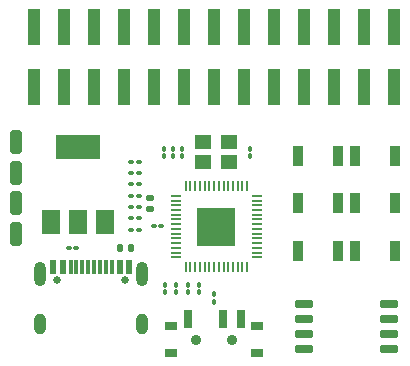
<source format=gbr>
%TF.GenerationSoftware,KiCad,Pcbnew,7.0.5*%
%TF.CreationDate,2023-09-22T01:01:30+09:00*%
%TF.ProjectId,scratch-rp2040,73637261-7463-4682-9d72-70323034302e,rev?*%
%TF.SameCoordinates,Original*%
%TF.FileFunction,Soldermask,Top*%
%TF.FilePolarity,Negative*%
%FSLAX46Y46*%
G04 Gerber Fmt 4.6, Leading zero omitted, Abs format (unit mm)*
G04 Created by KiCad (PCBNEW 7.0.5) date 2023-09-22 01:01:30*
%MOMM*%
%LPD*%
G01*
G04 APERTURE LIST*
G04 Aperture macros list*
%AMRoundRect*
0 Rectangle with rounded corners*
0 $1 Rounding radius*
0 $2 $3 $4 $5 $6 $7 $8 $9 X,Y pos of 4 corners*
0 Add a 4 corners polygon primitive as box body*
4,1,4,$2,$3,$4,$5,$6,$7,$8,$9,$2,$3,0*
0 Add four circle primitives for the rounded corners*
1,1,$1+$1,$2,$3*
1,1,$1+$1,$4,$5*
1,1,$1+$1,$6,$7*
1,1,$1+$1,$8,$9*
0 Add four rect primitives between the rounded corners*
20,1,$1+$1,$2,$3,$4,$5,0*
20,1,$1+$1,$4,$5,$6,$7,0*
20,1,$1+$1,$6,$7,$8,$9,0*
20,1,$1+$1,$8,$9,$2,$3,0*%
G04 Aperture macros list end*
%ADD10RoundRect,0.250000X-0.250000X-0.750000X0.250000X-0.750000X0.250000X0.750000X-0.250000X0.750000X0*%
%ADD11R,1.000000X3.150000*%
%ADD12RoundRect,0.050000X0.387500X0.050000X-0.387500X0.050000X-0.387500X-0.050000X0.387500X-0.050000X0*%
%ADD13RoundRect,0.050000X0.050000X0.387500X-0.050000X0.387500X-0.050000X-0.387500X0.050000X-0.387500X0*%
%ADD14R,3.200000X3.200000*%
%ADD15RoundRect,0.100000X-0.100000X0.130000X-0.100000X-0.130000X0.100000X-0.130000X0.100000X0.130000X0*%
%ADD16RoundRect,0.100000X-0.130000X-0.100000X0.130000X-0.100000X0.130000X0.100000X-0.130000X0.100000X0*%
%ADD17RoundRect,0.100000X0.100000X-0.130000X0.100000X0.130000X-0.100000X0.130000X-0.100000X-0.130000X0*%
%ADD18R,0.900000X1.700000*%
%ADD19C,0.650000*%
%ADD20R,0.600000X1.240000*%
%ADD21R,0.300000X1.240000*%
%ADD22O,1.000000X2.100000*%
%ADD23O,1.000000X1.800000*%
%ADD24RoundRect,0.100000X0.130000X0.100000X-0.130000X0.100000X-0.130000X-0.100000X0.130000X-0.100000X0*%
%ADD25R,1.400000X1.200000*%
%ADD26RoundRect,0.140000X-0.170000X0.140000X-0.170000X-0.140000X0.170000X-0.140000X0.170000X0.140000X0*%
%ADD27RoundRect,0.140000X-0.140000X-0.170000X0.140000X-0.170000X0.140000X0.170000X-0.140000X0.170000X0*%
%ADD28R,1.000000X0.800000*%
%ADD29C,0.900000*%
%ADD30R,0.700000X1.500000*%
%ADD31RoundRect,0.150000X0.650000X0.150000X-0.650000X0.150000X-0.650000X-0.150000X0.650000X-0.150000X0*%
%ADD32R,1.500000X2.000000*%
%ADD33R,3.800000X2.000000*%
G04 APERTURE END LIST*
D10*
%TO.C,REF\u002A\u002A*%
X51200000Y-41000000D03*
%TD*%
%TO.C,REF\u002A\u002A*%
X51200000Y-38400000D03*
%TD*%
%TO.C,REF\u002A\u002A*%
X51200000Y-35800000D03*
%TD*%
%TO.C,REF\u002A\u002A*%
X51200000Y-33200000D03*
%TD*%
D11*
%TO.C,REF\u002A\u002A*%
X83240000Y-23475000D03*
X83240000Y-28525000D03*
X80700000Y-23475000D03*
X80700000Y-28525000D03*
X78160000Y-23475000D03*
X78160000Y-28525000D03*
X75620000Y-23475000D03*
X75620000Y-28525000D03*
X73080000Y-23475000D03*
X73080000Y-28525000D03*
X70540000Y-23475000D03*
X70540000Y-28525000D03*
X68000000Y-23475000D03*
X68000000Y-28525000D03*
X65460000Y-23475000D03*
X65460000Y-28525000D03*
X62920000Y-23475000D03*
X62920000Y-28525000D03*
X60380000Y-23475000D03*
X60380000Y-28525000D03*
X57840000Y-23475000D03*
X57840000Y-28525000D03*
X55300000Y-23475000D03*
X55300000Y-28525000D03*
X52760000Y-23475000D03*
X52760000Y-28525000D03*
%TD*%
D12*
%TO.C,U1*%
X71637500Y-42962500D03*
X71637500Y-42562500D03*
X71637500Y-42162500D03*
X71637500Y-41762500D03*
X71637500Y-41362500D03*
X71637500Y-40962500D03*
X71637500Y-40562500D03*
X71637500Y-40162500D03*
X71637500Y-39762500D03*
X71637500Y-39362500D03*
X71637500Y-38962500D03*
X71637500Y-38562500D03*
X71637500Y-38162500D03*
X71637500Y-37762500D03*
D13*
X70800000Y-36925000D03*
X70400000Y-36925000D03*
X70000000Y-36925000D03*
X69600000Y-36925000D03*
X69200000Y-36925000D03*
X68800000Y-36925000D03*
X68400000Y-36925000D03*
X68000000Y-36925000D03*
X67600000Y-36925000D03*
X67200000Y-36925000D03*
X66800000Y-36925000D03*
X66400000Y-36925000D03*
X66000000Y-36925000D03*
X65600000Y-36925000D03*
D12*
X64762500Y-37762500D03*
X64762500Y-38162500D03*
X64762500Y-38562500D03*
X64762500Y-38962500D03*
X64762500Y-39362500D03*
X64762500Y-39762500D03*
X64762500Y-40162500D03*
X64762500Y-40562500D03*
X64762500Y-40962500D03*
X64762500Y-41362500D03*
X64762500Y-41762500D03*
X64762500Y-42162500D03*
X64762500Y-42562500D03*
X64762500Y-42962500D03*
D13*
X65600000Y-43800000D03*
X66000000Y-43800000D03*
X66400000Y-43800000D03*
X66800000Y-43800000D03*
X67200000Y-43800000D03*
X67600000Y-43800000D03*
X68000000Y-43800000D03*
X68400000Y-43800000D03*
X68800000Y-43800000D03*
X69200000Y-43800000D03*
X69600000Y-43800000D03*
X70000000Y-43800000D03*
X70400000Y-43800000D03*
X70800000Y-43800000D03*
D14*
X68200000Y-40362500D03*
%TD*%
D15*
%TO.C,C10*%
X63840000Y-45280000D03*
X63840000Y-45920000D03*
%TD*%
D16*
%TO.C,C3*%
X60960000Y-36800000D03*
X61600000Y-36800000D03*
%TD*%
D17*
%TO.C,R4*%
X68000000Y-46720000D03*
X68000000Y-46080000D03*
%TD*%
%TO.C,C1*%
X63756000Y-34400000D03*
X63756000Y-33760000D03*
%TD*%
D18*
%TO.C,SW4*%
X83300000Y-38400000D03*
X79900000Y-38400000D03*
%TD*%
D19*
%TO.C,P1*%
X54710000Y-44895000D03*
X60490000Y-44895000D03*
D20*
X54400000Y-43775000D03*
X55200000Y-43775000D03*
D21*
X56350000Y-43775000D03*
X57350000Y-43775000D03*
X57850000Y-43775000D03*
X58850000Y-43775000D03*
D20*
X60000000Y-43775000D03*
X60800000Y-43775000D03*
X60800000Y-43775000D03*
X60000000Y-43775000D03*
D21*
X59350000Y-43775000D03*
X58350000Y-43775000D03*
X56850000Y-43775000D03*
X55850000Y-43775000D03*
D20*
X55200000Y-43775000D03*
X54400000Y-43775000D03*
D22*
X53280000Y-44375000D03*
D23*
X53280000Y-48575000D03*
D22*
X61920000Y-44375000D03*
D23*
X61920000Y-48575000D03*
%TD*%
D18*
%TO.C,SW6*%
X83300000Y-34400000D03*
X79900000Y-34400000D03*
%TD*%
D17*
%TO.C,C2*%
X64518000Y-34400000D03*
X64518000Y-33760000D03*
%TD*%
D16*
%TO.C,C4*%
X60960000Y-37760000D03*
X61600000Y-37760000D03*
%TD*%
D24*
%TO.C,R3*%
X56350000Y-42150000D03*
X55710000Y-42150000D03*
%TD*%
D17*
%TO.C,C12*%
X71040000Y-34400000D03*
X71040000Y-33760000D03*
%TD*%
D18*
%TO.C,SW2*%
X75100000Y-42400000D03*
X78500000Y-42400000D03*
%TD*%
D15*
%TO.C,C11*%
X64800000Y-45280000D03*
X64800000Y-45920000D03*
%TD*%
D24*
%TO.C,C16*%
X63520000Y-40320000D03*
X62880000Y-40320000D03*
%TD*%
D16*
%TO.C,C8*%
X60960000Y-34880000D03*
X61600000Y-34880000D03*
%TD*%
%TO.C,C7*%
X60960000Y-40640000D03*
X61600000Y-40640000D03*
%TD*%
D15*
%TO.C,R2*%
X65760000Y-45280000D03*
X65760000Y-45920000D03*
%TD*%
D25*
%TO.C,Y1*%
X67060000Y-34930000D03*
X69260000Y-34930000D03*
X69260000Y-33230000D03*
X67060000Y-33230000D03*
%TD*%
D26*
%TO.C,C14*%
X62600000Y-38880000D03*
X62600000Y-37920000D03*
%TD*%
D15*
%TO.C,C13*%
X65280000Y-33760000D03*
X65280000Y-34400000D03*
%TD*%
D27*
%TO.C,C15*%
X60000000Y-42164000D03*
X60960000Y-42164000D03*
%TD*%
D16*
%TO.C,C6*%
X60960000Y-39680000D03*
X61600000Y-39680000D03*
%TD*%
D28*
%TO.C,SW1*%
X64350000Y-48820000D03*
X64350000Y-51030000D03*
D29*
X66500000Y-49930000D03*
X69500000Y-49930000D03*
D28*
X71650000Y-48820000D03*
X71650000Y-51030000D03*
D30*
X65750000Y-48170000D03*
X68750000Y-48170000D03*
X70250000Y-48170000D03*
%TD*%
D16*
%TO.C,C9*%
X60960000Y-35840000D03*
X61600000Y-35840000D03*
%TD*%
%TO.C,C5*%
X60960000Y-38720000D03*
X61600000Y-38720000D03*
%TD*%
D31*
%TO.C,U3*%
X82800000Y-50705000D03*
X82800000Y-49435000D03*
X82800000Y-48165000D03*
X82800000Y-46895000D03*
X75600000Y-46895000D03*
X75600000Y-48165000D03*
X75600000Y-49435000D03*
X75600000Y-50705000D03*
%TD*%
D18*
%TO.C,SW3*%
X83300000Y-42400000D03*
X79900000Y-42400000D03*
%TD*%
%TO.C,SW7*%
X75100000Y-34400000D03*
X78500000Y-34400000D03*
%TD*%
%TO.C,SW5*%
X75100000Y-38400000D03*
X78500000Y-38400000D03*
%TD*%
D32*
%TO.C,U2*%
X54180000Y-39950000D03*
X56480000Y-39950000D03*
D33*
X56480000Y-33650000D03*
D32*
X58780000Y-39950000D03*
%TD*%
D15*
%TO.C,R1*%
X66720000Y-45280000D03*
X66720000Y-45920000D03*
%TD*%
M02*

</source>
